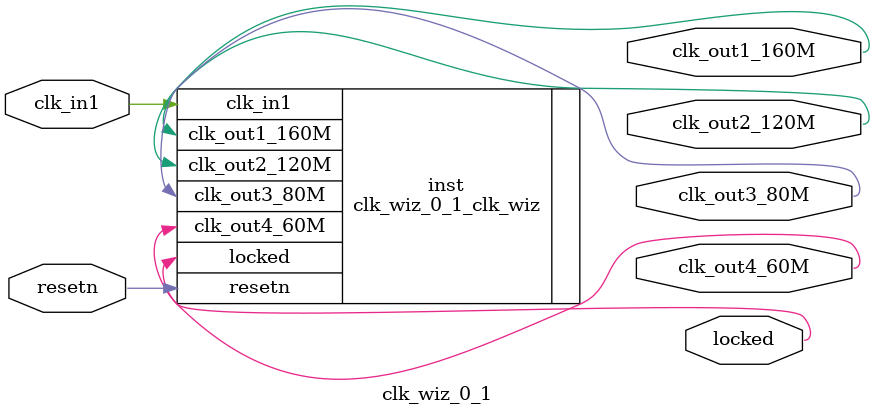
<source format=v>


`timescale 1ps/1ps

(* CORE_GENERATION_INFO = "clk_wiz_0_1,clk_wiz_v5_4_3_0,{component_name=clk_wiz_0_1,use_phase_alignment=true,use_min_o_jitter=true,use_max_i_jitter=false,use_dyn_phase_shift=false,use_inclk_switchover=false,use_dyn_reconfig=false,enable_axi=0,feedback_source=FDBK_AUTO,PRIMITIVE=PLL,num_out_clk=4,clkin1_period=5.000,clkin2_period=10.0,use_power_down=false,use_reset=true,use_locked=true,use_inclk_stopped=false,feedback_type=SINGLE,CLOCK_MGR_TYPE=NA,manual_override=false}" *)

module clk_wiz_0_1 
 (
  // Clock out ports
  output        clk_out1_160M,
  output        clk_out2_120M,
  output        clk_out3_80M,
  output        clk_out4_60M,
  // Status and control signals
  input         resetn,
  output        locked,
 // Clock in ports
  input         clk_in1
 );

  clk_wiz_0_1_clk_wiz inst
  (
  // Clock out ports  
  .clk_out1_160M(clk_out1_160M),
  .clk_out2_120M(clk_out2_120M),
  .clk_out3_80M(clk_out3_80M),
  .clk_out4_60M(clk_out4_60M),
  // Status and control signals               
  .resetn(resetn), 
  .locked(locked),
 // Clock in ports
  .clk_in1(clk_in1)
  );

endmodule

</source>
